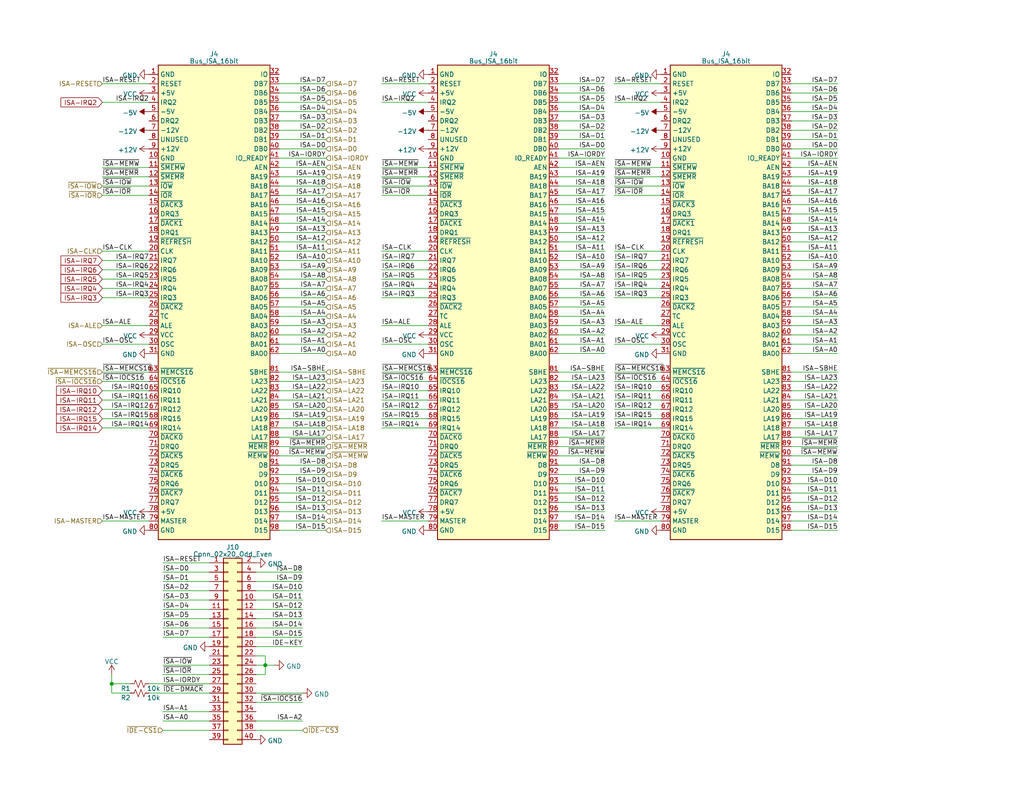
<source format=kicad_sch>
(kicad_sch (version 20230121) (generator eeschema)
  (paper "USLetter")
  (title_block (title "Wrap030-ATX Mainboard") (date "2023-03-26") (rev "1") (company "techav"))
  (lib_symbols
    (symbol "Connector:Bus_ISA_16bit"
      (property "Reference" "J" (at 0 67.945 0))
      (property "Value" "Bus_ISA_16bit" (at 0 -65.405 0))
      (symbol "Bus_ISA_16bit_1_1"
        (pin power_in line (at -17.78 63.5 0) (length 2.54) (name "GND") (number "1"))
        (pin power_in line (at -17.78 40.64 0) (length 2.54) (name "GND") (number "10"))
        (pin output line (at -17.78 38.1 0) (length 2.54) (name "~{SMEMW}") (number "11"))
        (pin output line (at -17.78 35.56 0) (length 2.54) (name "~{SMEMR}") (number "12"))
        (pin output line (at -17.78 33.02 0) (length 2.54) (name "~{IOW}") (number "13"))
        (pin output line (at -17.78 30.48 0) (length 2.54) (name "~{IOR}") (number "14"))
        (pin passive line (at -17.78 27.94 0) (length 2.54) (name "~{DACK3}") (number "15"))
        (pin passive line (at -17.78 25.4 0) (length 2.54) (name "DRQ3") (number "16"))
        (pin passive line (at -17.78 22.86 0) (length 2.54) (name "~{DACK1}") (number "17"))
        (pin passive line (at -17.78 20.32 0) (length 2.54) (name "DRQ1") (number "18"))
        (pin passive line (at -17.78 17.78 0) (length 2.54) (name "~{REFRESH}") (number "19"))
        (pin output line (at -17.78 60.96 0) (length 2.54) (name "RESET") (number "2"))
        (pin output line (at -17.78 15.24 0) (length 2.54) (name "CLK") (number "20"))
        (pin passive line (at -17.78 12.7 0) (length 2.54) (name "IRQ7") (number "21"))
        (pin passive line (at -17.78 10.16 0) (length 2.54) (name "IRQ6") (number "22"))
        (pin passive line (at -17.78 7.62 0) (length 2.54) (name "IRQ5") (number "23"))
        (pin passive line (at -17.78 5.08 0) (length 2.54) (name "IRQ4") (number "24"))
        (pin passive line (at -17.78 2.54 0) (length 2.54) (name "IRQ3") (number "25"))
        (pin passive line (at -17.78 0 0) (length 2.54) (name "~{DACK2}") (number "26"))
        (pin passive line (at -17.78 -2.54 0) (length 2.54) (name "TC") (number "27"))
        (pin output line (at -17.78 -5.08 0) (length 2.54) (name "ALE") (number "28"))
        (pin power_in line (at -17.78 -7.62 0) (length 2.54) (name "VCC") (number "29"))
        (pin power_in line (at -17.78 58.42 0) (length 2.54) (name "+5V") (number "3"))
        (pin output line (at -17.78 -10.16 0) (length 2.54) (name "OSC") (number "30"))
        (pin power_in line (at -17.78 -12.7 0) (length 2.54) (name "GND") (number "31"))
        (pin passive line (at 17.78 63.5 180) (length 2.54) (name "IO") (number "32"))
        (pin tri_state line (at 17.78 60.96 180) (length 2.54) (name "DB7") (number "33"))
        (pin tri_state line (at 17.78 58.42 180) (length 2.54) (name "DB6") (number "34"))
        (pin tri_state line (at 17.78 55.88 180) (length 2.54) (name "DB5") (number "35"))
        (pin tri_state line (at 17.78 53.34 180) (length 2.54) (name "DB4") (number "36"))
        (pin tri_state line (at 17.78 50.8 180) (length 2.54) (name "DB3") (number "37"))
        (pin tri_state line (at 17.78 48.26 180) (length 2.54) (name "DB2") (number "38"))
        (pin tri_state line (at 17.78 45.72 180) (length 2.54) (name "DB1") (number "39"))
        (pin passive line (at -17.78 55.88 0) (length 2.54) (name "IRQ2") (number "4"))
        (pin tri_state line (at 17.78 43.18 180) (length 2.54) (name "DB0") (number "40"))
        (pin passive line (at 17.78 40.64 180) (length 2.54) (name "IO_READY") (number "41"))
        (pin output line (at 17.78 38.1 180) (length 2.54) (name "AEN") (number "42"))
        (pin tri_state line (at 17.78 35.56 180) (length 2.54) (name "BA19") (number "43"))
        (pin tri_state line (at 17.78 33.02 180) (length 2.54) (name "BA18") (number "44"))
        (pin tri_state line (at 17.78 30.48 180) (length 2.54) (name "BA17") (number "45"))
        (pin tri_state line (at 17.78 27.94 180) (length 2.54) (name "BA16") (number "46"))
        (pin tri_state line (at 17.78 25.4 180) (length 2.54) (name "BA15") (number "47"))
        (pin tri_state line (at 17.78 22.86 180) (length 2.54) (name "BA14") (number "48"))
        (pin tri_state line (at 17.78 20.32 180) (length 2.54) (name "BA13") (number "49"))
        (pin power_in line (at -17.78 53.34 0) (length 2.54) (name "-5V") (number "5"))
        (pin tri_state line (at 17.78 17.78 180) (length 2.54) (name "BA12") (number "50"))
        (pin tri_state line (at 17.78 15.24 180) (length 2.54) (name "BA11") (number "51"))
        (pin tri_state line (at 17.78 12.7 180) (length 2.54) (name "BA10") (number "52"))
        (pin tri_state line (at 17.78 10.16 180) (length 2.54) (name "BA09") (number "53"))
        (pin tri_state line (at 17.78 7.62 180) (length 2.54) (name "BA08") (number "54"))
        (pin tri_state line (at 17.78 5.08 180) (length 2.54) (name "BA07") (number "55"))
        (pin tri_state line (at 17.78 2.54 180) (length 2.54) (name "BA06") (number "56"))
        (pin tri_state line (at 17.78 0 180) (length 2.54) (name "BA05") (number "57"))
        (pin tri_state line (at 17.78 -2.54 180) (length 2.54) (name "BA04") (number "58"))
        (pin tri_state line (at 17.78 -5.08 180) (length 2.54) (name "BA03") (number "59"))
        (pin passive line (at -17.78 50.8 0) (length 2.54) (name "DRQ2") (number "6"))
        (pin tri_state line (at 17.78 -7.62 180) (length 2.54) (name "BA02") (number "60"))
        (pin tri_state line (at 17.78 -10.16 180) (length 2.54) (name "BA01") (number "61"))
        (pin tri_state line (at 17.78 -12.7 180) (length 2.54) (name "BA00") (number "62"))
        (pin passive line (at -17.78 -17.78 0) (length 2.54) (name "~{MEMCS16}") (number "63"))
        (pin passive line (at -17.78 -20.32 0) (length 2.54) (name "~{IOCS16}") (number "64"))
        (pin passive line (at -17.78 -22.86 0) (length 2.54) (name "IRQ10") (number "65"))
        (pin passive line (at -17.78 -25.4 0) (length 2.54) (name "IRQ11") (number "66"))
        (pin passive line (at -17.78 -27.94 0) (length 2.54) (name "IRQ12") (number "67"))
        (pin passive line (at -17.78 -30.48 0) (length 2.54) (name "IRQ15") (number "68"))
        (pin passive line (at -17.78 -33.02 0) (length 2.54) (name "IRQ14") (number "69"))
        (pin power_in line (at -17.78 48.26 0) (length 2.54) (name "-12V") (number "7"))
        (pin output line (at -17.78 -35.56 0) (length 2.54) (name "~{DACK0}") (number "70"))
        (pin passive line (at -17.78 -38.1 0) (length 2.54) (name "DRQ0") (number "71"))
        (pin output line (at -17.78 -40.64 0) (length 2.54) (name "~{DACK5}") (number "72"))
        (pin passive line (at -17.78 -43.18 0) (length 2.54) (name "DRQ5") (number "73"))
        (pin output line (at -17.78 -45.72 0) (length 2.54) (name "~{DACK6}") (number "74"))
        (pin passive line (at -17.78 -48.26 0) (length 2.54) (name "DRQ6") (number "75"))
        (pin output line (at -17.78 -50.8 0) (length 2.54) (name "~{DACK7}") (number "76"))
        (pin passive line (at -17.78 -53.34 0) (length 2.54) (name "DRQ7") (number "77"))
        (pin power_in line (at -17.78 -55.88 0) (length 2.54) (name "+5V") (number "78"))
        (pin passive line (at -17.78 -58.42 0) (length 2.54) (name "MASTER") (number "79"))
        (pin passive line (at -17.78 45.72 0) (length 2.54) (name "UNUSED") (number "8"))
        (pin power_in line (at -17.78 -60.96 0) (length 2.54) (name "GND") (number "80"))
        (pin passive line (at 17.78 -17.78 180) (length 2.54) (name "SBHE") (number "81"))
        (pin passive line (at 17.78 -20.32 180) (length 2.54) (name "LA23") (number "82"))
        (pin passive line (at 17.78 -22.86 180) (length 2.54) (name "LA22") (number "83"))
        (pin passive line (at 17.78 -25.4 180) (length 2.54) (name "LA21") (number "84"))
        (pin passive line (at 17.78 -27.94 180) (length 2.54) (name "LA20") (number "85"))
        (pin passive line (at 17.78 -30.48 180) (length 2.54) (name "LA19") (number "86"))
        (pin passive line (at 17.78 -33.02 180) (length 2.54) (name "LA18") (number "87"))
        (pin passive line (at 17.78 -35.56 180) (length 2.54) (name "LA17") (number "88"))
        (pin output line (at 17.78 -38.1 180) (length 2.54) (name "~{MEMR}") (number "89"))
        (pin power_in line (at -17.78 43.18 0) (length 2.54) (name "+12V") (number "9"))
        (pin output line (at 17.78 -40.64 180) (length 2.54) (name "~{MEMW}") (number "90"))
        (pin tri_state line (at 17.78 -43.18 180) (length 2.54) (name "D8") (number "91"))
        (pin tri_state line (at 17.78 -45.72 180) (length 2.54) (name "D9") (number "92"))
        (pin tri_state line (at 17.78 -48.26 180) (length 2.54) (name "D10") (number "93"))
        (pin tri_state line (at 17.78 -50.8 180) (length 2.54) (name "D11") (number "94"))
        (pin tri_state line (at 17.78 -53.34 180) (length 2.54) (name "D12") (number "95"))
        (pin tri_state line (at 17.78 -55.88 180) (length 2.54) (name "D13") (number "96"))
        (pin tri_state line (at 17.78 -58.42 180) (length 2.54) (name "D14") (number "97"))
        (pin tri_state line (at 17.78 -60.96 180) (length 2.54) (name "D15") (number "98"))
      )
    )
    (symbol "Connector_Generic:Conn_02x20_Odd_Even" (pin_names (offset 1.016) hide)
      (property "Reference" "J" (at 1.27 25.4 0))
      (property "Value" "Conn_02x20_Odd_Even" (at 1.27 -27.94 0))
      (symbol "Conn_02x20_Odd_Even_1_1"
        (pin passive line (at -5.08 22.86 0) (length 3.81) (name "Pin_1") (number "1"))
        (pin passive line (at 7.62 12.7 180) (length 3.81) (name "Pin_10") (number "10"))
        (pin passive line (at -5.08 10.16 0) (length 3.81) (name "Pin_11") (number "11"))
        (pin passive line (at 7.62 10.16 180) (length 3.81) (name "Pin_12") (number "12"))
        (pin passive line (at -5.08 7.62 0) (length 3.81) (name "Pin_13") (number "13"))
        (pin passive line (at 7.62 7.62 180) (length 3.81) (name "Pin_14") (number "14"))
        (pin passive line (at -5.08 5.08 0) (length 3.81) (name "Pin_15") (number "15"))
        (pin passive line (at 7.62 5.08 180) (length 3.81) (name "Pin_16") (number "16"))
        (pin passive line (at -5.08 2.54 0) (length 3.81) (name "Pin_17") (number "17"))
        (pin passive line (at 7.62 2.54 180) (length 3.81) (name "Pin_18") (number "18"))
        (pin passive line (at -5.08 0 0) (length 3.81) (name "Pin_19") (number "19"))
        (pin passive line (at 7.62 22.86 180) (length 3.81) (name "Pin_2") (number "2"))
        (pin passive line (at 7.62 0 180) (length 3.81) (name "Pin_20") (number "20"))
        (pin passive line (at -5.08 -2.54 0) (length 3.81) (name "Pin_21") (number "21"))
        (pin passive line (at 7.62 -2.54 180) (length 3.81) (name "Pin_22") (number "22"))
        (pin passive line (at -5.08 -5.08 0) (length 3.81) (name "Pin_23") (number "23"))
        (pin passive line (at 7.62 -5.08 180) (length 3.81) (name "Pin_24") (number "24"))
        (pin passive line (at -5.08 -7.62 0) (length 3.81) (name "Pin_25") (number "25"))
        (pin passive line (at 7.62 -7.62 180) (length 3.81) (name "Pin_26") (number "26"))
        (pin passive line (at -5.08 -10.16 0) (length 3.81) (name "Pin_27") (number "27"))
        (pin passive line (at 7.62 -10.16 180) (length 3.81) (name "Pin_28") (number "28"))
        (pin passive line (at -5.08 -12.7 0) (length 3.81) (name "Pin_29") (number "29"))
        (pin passive line (at -5.08 20.32 0) (length 3.81) (name "Pin_3") (number "3"))
        (pin passive line (at 7.62 -12.7 180) (length 3.81) (name "Pin_30") (number "30"))
        (pin passive line (at -5.08 -15.24 0) (length 3.81) (name "Pin_31") (number "31"))
        (pin passive line (at 7.62 -15.24 180) (length 3.81) (name "Pin_32") (number "32"))
        (pin passive line (at -5.08 -17.78 0) (length 3.81) (name "Pin_33") (number "33"))
        (pin passive line (at 7.62 -17.78 180) (length 3.81) (name "Pin_34") (number "34"))
        (pin passive line (at -5.08 -20.32 0) (length 3.81) (name "Pin_35") (number "35"))
        (pin passive line (at 7.62 -20.32 180) (length 3.81) (name "Pin_36") (number "36"))
        (pin passive line (at -5.08 -22.86 0) (length 3.81) (name "Pin_37") (number "37"))
        (pin passive line (at 7.62 -22.86 180) (length 3.81) (name "Pin_38") (number "38"))
        (pin passive line (at -5.08 -25.4 0) (length 3.81) (name "Pin_39") (number "39"))
        (pin passive line (at 7.62 20.32 180) (length 3.81) (name "Pin_4") (number "4"))
        (pin passive line (at 7.62 -25.4 180) (length 3.81) (name "Pin_40") (number "40"))
        (pin passive line (at -5.08 17.78 0) (length 3.81) (name "Pin_5") (number "5"))
        (pin passive line (at 7.62 17.78 180) (length 3.81) (name "Pin_6") (number "6"))
        (pin passive line (at -5.08 15.24 0) (length 3.81) (name "Pin_7") (number "7"))
        (pin passive line (at 7.62 15.24 180) (length 3.81) (name "Pin_8") (number "8"))
        (pin passive line (at -5.08 12.7 0) (length 3.81) (name "Pin_9") (number "9"))
      )
    )
    (symbol "Device:R_Small_US" (pin_numbers hide) (pin_names (offset 0.254) hide)
      (property "Reference" "R" (at 0.762 0.508 0))
      (property "Value" "R_Small_US" (at 0.762 -1.016 0))
      (symbol "R_Small_US_1_1"
        (pin passive line (at 0 2.54 270) (length 1.016) (name "~") (number "1"))
        (pin passive line (at 0 -2.54 90) (length 1.016) (name "~") (number "2"))
      )
    )
    (symbol "power:+12V" (power) (pin_names (offset 0))
      (property "Value" "+12V" (at 0 3.556 0))
      (symbol "+12V_1_1"
        (pin power_in line (at 0 0 90) (length 0) hide (name "+12V") (number "1"))
      )
    )
    (symbol "power:-12V" (power) (pin_names (offset 0))
      (property "Value" "-12V" (at 0 3.81 0))
      (symbol "-12V_0_0"
        (pin power_in line (at 0 0 90) (length 0) hide (name "-12V") (number "1"))
      )
    )
    (symbol "power:-5V" (power) (pin_names (offset 0))
      (property "Value" "-5V" (at 0 3.81 0))
      (symbol "-5V_0_0"
        (pin power_in line (at 0 0 90) (length 0) hide (name "-5V") (number "1"))
      )
    )
    (symbol "power:GND" (power) (pin_names (offset 0))
      (property "Value" "GND" (at 0 -3.81 0))
      (symbol "GND_1_1"
        (pin power_in line (at 0 0 270) (length 0) hide (name "GND") (number "1"))
      )
    )
    (symbol "power:VCC" (power) (pin_names (offset 0))
      (property "Value" "VCC" (at 0 3.81 0))
      (symbol "VCC_1_1"
        (pin power_in line (at 0 0 90) (length 0) hide (name "VCC") (number "1"))
      )
    )
  )
  (junction (at 72.39 181.61))
  (junction (at 30.48 186.69))
  (wire (pts (xy 69.85 156.21) (xy 82.55 156.21)))
  (wire (pts (xy 76.2 111.76) (xy 88.9 111.76)))
  (wire (pts (xy 76.2 76.2) (xy 88.9 76.2)))
  (wire (pts (xy 167.64 50.8) (xy 180.34 50.8)))
  (wire (pts (xy 215.9 55.88) (xy 228.6 55.88)))
  (wire (pts (xy 152.4 137.16) (xy 165.1 137.16)))
  (wire (pts (xy 152.4 86.36) (xy 165.1 86.36)))
  (wire (pts (xy 152.4 119.38) (xy 165.1 119.38)))
  (wire (pts (xy 76.2 45.72) (xy 88.9 45.72)))
  (wire (pts (xy 57.15 196.85) (xy 44.45 196.85)))
  (wire (pts (xy 76.2 116.84) (xy 88.9 116.84)))
  (wire (pts (xy 27.94 93.98) (xy 40.64 93.98)))
  (wire (pts (xy 152.4 53.34) (xy 165.1 53.34)))
  (wire (pts (xy 215.9 104.14) (xy 228.6 104.14)))
  (wire (pts (xy 76.2 114.3) (xy 88.9 114.3)))
  (wire (pts (xy 27.94 111.76) (xy 40.64 111.76)))
  (wire (pts (xy 152.4 22.86) (xy 165.1 22.86)))
  (wire (pts (xy 167.64 104.14) (xy 180.34 104.14)))
  (wire (pts (xy 215.9 121.92) (xy 228.6 121.92)))
  (wire (pts (xy 76.2 106.68) (xy 88.9 106.68)))
  (wire (pts (xy 167.64 48.26) (xy 180.34 48.26)))
  (wire (pts (xy 27.94 104.14) (xy 40.64 104.14)))
  (wire (pts (xy 152.4 68.58) (xy 165.1 68.58)))
  (wire (pts (xy 27.94 116.84) (xy 40.64 116.84)))
  (wire (pts (xy 104.14 76.2) (xy 116.84 76.2)))
  (wire (pts (xy 215.9 60.96) (xy 228.6 60.96)))
  (wire (pts (xy 104.14 81.28) (xy 116.84 81.28)))
  (wire (pts (xy 215.9 27.94) (xy 228.6 27.94)))
  (wire (pts (xy 76.2 50.8) (xy 88.9 50.8)))
  (wire (pts (xy 167.64 88.9) (xy 180.34 88.9)))
  (wire (pts (xy 215.9 144.78) (xy 228.6 144.78)))
  (wire (pts (xy 215.9 73.66) (xy 228.6 73.66)))
  (wire (pts (xy 152.4 58.42) (xy 165.1 58.42)))
  (wire (pts (xy 215.9 114.3) (xy 228.6 114.3)))
  (wire (pts (xy 152.4 48.26) (xy 165.1 48.26)))
  (wire (pts (xy 215.9 68.58) (xy 228.6 68.58)))
  (wire (pts (xy 167.64 45.72) (xy 180.34 45.72)))
  (wire (pts (xy 27.94 73.66) (xy 40.64 73.66)))
  (wire (pts (xy 27.94 78.74) (xy 40.64 78.74)))
  (wire (pts (xy 76.2 66.04) (xy 88.9 66.04)))
  (wire (pts (xy 152.4 71.12) (xy 165.1 71.12)))
  (wire (pts (xy 44.45 153.67) (xy 57.15 153.67)))
  (wire (pts (xy 152.4 109.22) (xy 165.1 109.22)))
  (wire (pts (xy 27.94 114.3) (xy 40.64 114.3)))
  (wire (pts (xy 104.14 48.26) (xy 116.84 48.26)))
  (wire (pts (xy 152.4 144.78) (xy 165.1 144.78)))
  (wire (pts (xy 27.94 71.12) (xy 40.64 71.12)))
  (wire (pts (xy 57.15 171.45) (xy 44.45 171.45)))
  (wire (pts (xy 27.94 142.24) (xy 40.64 142.24)))
  (wire (pts (xy 76.2 63.5) (xy 88.9 63.5)))
  (wire (pts (xy 215.9 45.72) (xy 228.6 45.72)))
  (wire (pts (xy 76.2 132.08) (xy 88.9 132.08)))
  (wire (pts (xy 27.94 68.58) (xy 40.64 68.58)))
  (wire (pts (xy 44.45 184.15) (xy 57.15 184.15)))
  (wire (pts (xy 69.85 168.91) (xy 82.55 168.91)))
  (wire (pts (xy 76.2 40.64) (xy 88.9 40.64)))
  (wire (pts (xy 152.4 50.8) (xy 165.1 50.8)))
  (wire (pts (xy 215.9 91.44) (xy 228.6 91.44)))
  (wire (pts (xy 152.4 134.62) (xy 165.1 134.62)))
  (wire (pts (xy 27.94 22.86) (xy 40.64 22.86)))
  (wire (pts (xy 104.14 104.14) (xy 116.84 104.14)))
  (wire (pts (xy 76.2 55.88) (xy 88.9 55.88)))
  (wire (pts (xy 76.2 91.44) (xy 88.9 91.44)))
  (wire (pts (xy 167.64 116.84) (xy 180.34 116.84)))
  (wire (pts (xy 215.9 30.48) (xy 228.6 30.48)))
  (wire (pts (xy 30.48 186.69) (xy 35.56 186.69)))
  (wire (pts (xy 152.4 139.7) (xy 165.1 139.7)))
  (wire (pts (xy 215.9 25.4) (xy 228.6 25.4)))
  (wire (pts (xy 215.9 22.86) (xy 228.6 22.86)))
  (wire (pts (xy 152.4 78.74) (xy 165.1 78.74)))
  (wire (pts (xy 69.85 176.53) (xy 82.55 176.53)))
  (wire (pts (xy 152.4 111.76) (xy 165.1 111.76)))
  (wire (pts (xy 152.4 96.52) (xy 165.1 96.52)))
  (wire (pts (xy 152.4 91.44) (xy 165.1 91.44)))
  (wire (pts (xy 167.64 78.74) (xy 180.34 78.74)))
  (wire (pts (xy 76.2 78.74) (xy 88.9 78.74)))
  (wire (pts (xy 215.9 142.24) (xy 228.6 142.24)))
  (wire (pts (xy 76.2 58.42) (xy 88.9 58.42)))
  (wire (pts (xy 69.85 184.15) (xy 72.39 184.15)))
  (wire (pts (xy 104.14 27.94) (xy 116.84 27.94)))
  (wire (pts (xy 215.9 66.04) (xy 228.6 66.04)))
  (wire (pts (xy 69.85 179.07) (xy 72.39 179.07)))
  (wire (pts (xy 40.64 189.23) (xy 57.15 189.23)))
  (wire (pts (xy 152.4 55.88) (xy 165.1 55.88)))
  (wire (pts (xy 152.4 106.68) (xy 165.1 106.68)))
  (wire (pts (xy 215.9 40.64) (xy 228.6 40.64)))
  (wire (pts (xy 82.55 191.77) (xy 69.85 191.77)))
  (wire (pts (xy 69.85 171.45) (xy 82.55 171.45)))
  (wire (pts (xy 57.15 158.75) (xy 44.45 158.75)))
  (wire (pts (xy 167.64 68.58) (xy 180.34 68.58)))
  (wire (pts (xy 167.64 81.28) (xy 180.34 81.28)))
  (wire (pts (xy 69.85 196.85) (xy 82.55 196.85)))
  (wire (pts (xy 27.94 45.72) (xy 40.64 45.72)))
  (wire (pts (xy 215.9 35.56) (xy 228.6 35.56)))
  (wire (pts (xy 215.9 71.12) (xy 228.6 71.12)))
  (wire (pts (xy 104.14 93.98) (xy 116.84 93.98)))
  (wire (pts (xy 76.2 144.78) (xy 88.9 144.78)))
  (wire (pts (xy 69.85 199.39) (xy 82.55 199.39)))
  (wire (pts (xy 152.4 114.3) (xy 165.1 114.3)))
  (wire (pts (xy 152.4 142.24) (xy 165.1 142.24)))
  (wire (pts (xy 215.9 88.9) (xy 228.6 88.9)))
  (wire (pts (xy 76.2 109.22) (xy 88.9 109.22)))
  (wire (pts (xy 104.14 73.66) (xy 116.84 73.66)))
  (wire (pts (xy 76.2 127) (xy 88.9 127)))
  (wire (pts (xy 215.9 101.6) (xy 228.6 101.6)))
  (wire (pts (xy 27.94 88.9) (xy 40.64 88.9)))
  (wire (pts (xy 215.9 137.16) (xy 228.6 137.16)))
  (wire (pts (xy 76.2 101.6) (xy 88.9 101.6)))
  (wire (pts (xy 69.85 158.75) (xy 82.55 158.75)))
  (wire (pts (xy 27.94 106.68) (xy 40.64 106.68)))
  (wire (pts (xy 152.4 83.82) (xy 165.1 83.82)))
  (wire (pts (xy 152.4 30.48) (xy 165.1 30.48)))
  (wire (pts (xy 215.9 116.84) (xy 228.6 116.84)))
  (wire (pts (xy 152.4 45.72) (xy 165.1 45.72)))
  (wire (pts (xy 167.64 27.94) (xy 180.34 27.94)))
  (wire (pts (xy 76.2 93.98) (xy 88.9 93.98)))
  (wire (pts (xy 152.4 93.98) (xy 165.1 93.98)))
  (wire (pts (xy 76.2 22.86) (xy 88.9 22.86)))
  (wire (pts (xy 27.94 50.8) (xy 40.64 50.8)))
  (wire (pts (xy 30.48 184.15) (xy 30.48 186.69)))
  (wire (pts (xy 57.15 173.99) (xy 44.45 173.99)))
  (wire (pts (xy 152.4 104.14) (xy 165.1 104.14)))
  (wire (pts (xy 215.9 93.98) (xy 228.6 93.98)))
  (wire (pts (xy 104.14 116.84) (xy 116.84 116.84)))
  (wire (pts (xy 104.14 101.6) (xy 116.84 101.6)))
  (wire (pts (xy 167.64 114.3) (xy 180.34 114.3)))
  (wire (pts (xy 76.2 27.94) (xy 88.9 27.94)))
  (wire (pts (xy 76.2 53.34) (xy 88.9 53.34)))
  (wire (pts (xy 215.9 96.52) (xy 228.6 96.52)))
  (wire (pts (xy 215.9 132.08) (xy 228.6 132.08)))
  (wire (pts (xy 76.2 81.28) (xy 88.9 81.28)))
  (wire (pts (xy 152.4 63.5) (xy 165.1 63.5)))
  (wire (pts (xy 215.9 129.54) (xy 228.6 129.54)))
  (wire (pts (xy 104.14 53.34) (xy 116.84 53.34)))
  (wire (pts (xy 167.64 111.76) (xy 180.34 111.76)))
  (wire (pts (xy 104.14 114.3) (xy 116.84 114.3)))
  (wire (pts (xy 76.2 124.46) (xy 88.9 124.46)))
  (wire (pts (xy 27.94 81.28) (xy 40.64 81.28)))
  (wire (pts (xy 27.94 53.34) (xy 40.64 53.34)))
  (wire (pts (xy 104.14 71.12) (xy 116.84 71.12)))
  (wire (pts (xy 76.2 142.24) (xy 88.9 142.24)))
  (wire (pts (xy 152.4 40.64) (xy 165.1 40.64)))
  (wire (pts (xy 215.9 106.68) (xy 228.6 106.68)))
  (wire (pts (xy 30.48 186.69) (xy 30.48 189.23)))
  (wire (pts (xy 215.9 43.18) (xy 228.6 43.18)))
  (wire (pts (xy 76.2 35.56) (xy 88.9 35.56)))
  (wire (pts (xy 215.9 83.82) (xy 228.6 83.82)))
  (wire (pts (xy 152.4 124.46) (xy 165.1 124.46)))
  (wire (pts (xy 40.64 186.69) (xy 57.15 186.69)))
  (wire (pts (xy 76.2 119.38) (xy 88.9 119.38)))
  (wire (pts (xy 152.4 60.96) (xy 165.1 60.96)))
  (wire (pts (xy 152.4 121.92) (xy 165.1 121.92)))
  (wire (pts (xy 152.4 43.18) (xy 165.1 43.18)))
  (wire (pts (xy 167.64 22.86) (xy 180.34 22.86)))
  (wire (pts (xy 152.4 73.66) (xy 165.1 73.66)))
  (wire (pts (xy 76.2 137.16) (xy 88.9 137.16)))
  (wire (pts (xy 152.4 25.4) (xy 165.1 25.4)))
  (wire (pts (xy 167.64 71.12) (xy 180.34 71.12)))
  (wire (pts (xy 27.94 101.6) (xy 40.64 101.6)))
  (wire (pts (xy 104.14 68.58) (xy 116.84 68.58)))
  (wire (pts (xy 76.2 83.82) (xy 88.9 83.82)))
  (wire (pts (xy 76.2 129.54) (xy 88.9 129.54)))
  (wire (pts (xy 215.9 124.46) (xy 228.6 124.46)))
  (wire (pts (xy 44.45 181.61) (xy 57.15 181.61)))
  (wire (pts (xy 76.2 30.48) (xy 88.9 30.48)))
  (wire (pts (xy 76.2 48.26) (xy 88.9 48.26)))
  (wire (pts (xy 167.64 73.66) (xy 180.34 73.66)))
  (wire (pts (xy 215.9 78.74) (xy 228.6 78.74)))
  (wire (pts (xy 76.2 88.9) (xy 88.9 88.9)))
  (wire (pts (xy 215.9 81.28) (xy 228.6 81.28)))
  (wire (pts (xy 27.94 48.26) (xy 40.64 48.26)))
  (wire (pts (xy 152.4 33.02) (xy 165.1 33.02)))
  (wire (pts (xy 69.85 173.99) (xy 82.55 173.99)))
  (wire (pts (xy 167.64 53.34) (xy 180.34 53.34)))
  (wire (pts (xy 57.15 166.37) (xy 44.45 166.37)))
  (wire (pts (xy 72.39 179.07) (xy 72.39 181.61)))
  (wire (pts (xy 44.45 199.39) (xy 57.15 199.39)))
  (wire (pts (xy 215.9 119.38) (xy 228.6 119.38)))
  (wire (pts (xy 152.4 127) (xy 165.1 127)))
  (wire (pts (xy 104.14 142.24) (xy 116.84 142.24)))
  (wire (pts (xy 104.14 106.68) (xy 116.84 106.68)))
  (wire (pts (xy 76.2 139.7) (xy 88.9 139.7)))
  (wire (pts (xy 152.4 38.1) (xy 165.1 38.1)))
  (wire (pts (xy 167.64 93.98) (xy 180.34 93.98)))
  (wire (pts (xy 69.85 166.37) (xy 82.55 166.37)))
  (wire (pts (xy 152.4 35.56) (xy 165.1 35.56)))
  (wire (pts (xy 104.14 78.74) (xy 116.84 78.74)))
  (wire (pts (xy 27.94 109.22) (xy 40.64 109.22)))
  (wire (pts (xy 104.14 22.86) (xy 116.84 22.86)))
  (wire (pts (xy 167.64 76.2) (xy 180.34 76.2)))
  (wire (pts (xy 215.9 50.8) (xy 228.6 50.8)))
  (wire (pts (xy 76.2 43.18) (xy 88.9 43.18)))
  (wire (pts (xy 76.2 71.12) (xy 88.9 71.12)))
  (wire (pts (xy 27.94 27.94) (xy 40.64 27.94)))
  (wire (pts (xy 215.9 58.42) (xy 228.6 58.42)))
  (wire (pts (xy 104.14 50.8) (xy 116.84 50.8)))
  (wire (pts (xy 152.4 129.54) (xy 165.1 129.54)))
  (wire (pts (xy 215.9 139.7) (xy 228.6 139.7)))
  (wire (pts (xy 152.4 101.6) (xy 165.1 101.6)))
  (wire (pts (xy 76.2 60.96) (xy 88.9 60.96)))
  (wire (pts (xy 167.64 106.68) (xy 180.34 106.68)))
  (wire (pts (xy 57.15 194.31) (xy 44.45 194.31)))
  (wire (pts (xy 76.2 68.58) (xy 88.9 68.58)))
  (wire (pts (xy 152.4 27.94) (xy 165.1 27.94)))
  (wire (pts (xy 215.9 33.02) (xy 228.6 33.02)))
  (wire (pts (xy 72.39 184.15) (xy 72.39 181.61)))
  (wire (pts (xy 152.4 66.04) (xy 165.1 66.04)))
  (wire (pts (xy 76.2 121.92) (xy 88.9 121.92)))
  (wire (pts (xy 215.9 127) (xy 228.6 127)))
  (wire (pts (xy 30.48 189.23) (xy 35.56 189.23)))
  (wire (pts (xy 215.9 38.1) (xy 228.6 38.1)))
  (wire (pts (xy 152.4 88.9) (xy 165.1 88.9)))
  (wire (pts (xy 76.2 73.66) (xy 88.9 73.66)))
  (wire (pts (xy 167.64 142.24) (xy 180.34 142.24)))
  (wire (pts (xy 104.14 88.9) (xy 116.84 88.9)))
  (wire (pts (xy 72.39 181.61) (xy 74.93 181.61)))
  (wire (pts (xy 215.9 111.76) (xy 228.6 111.76)))
  (wire (pts (xy 76.2 33.02) (xy 88.9 33.02)))
  (wire (pts (xy 215.9 53.34) (xy 228.6 53.34)))
  (wire (pts (xy 82.55 189.23) (xy 69.85 189.23)))
  (wire (pts (xy 215.9 63.5) (xy 228.6 63.5)))
  (wire (pts (xy 69.85 161.29) (xy 82.55 161.29)))
  (wire (pts (xy 215.9 48.26) (xy 228.6 48.26)))
  (wire (pts (xy 76.2 25.4) (xy 88.9 25.4)))
  (wire (pts (xy 76.2 38.1) (xy 88.9 38.1)))
  (wire (pts (xy 69.85 163.83) (xy 82.55 163.83)))
  (wire (pts (xy 104.14 45.72) (xy 116.84 45.72)))
  (wire (pts (xy 152.4 132.08) (xy 165.1 132.08)))
  (wire (pts (xy 57.15 163.83) (xy 44.45 163.83)))
  (wire (pts (xy 104.14 109.22) (xy 116.84 109.22)))
  (wire (pts (xy 152.4 81.28) (xy 165.1 81.28)))
  (wire (pts (xy 104.14 111.76) (xy 116.84 111.76)))
  (wire (pts (xy 76.2 134.62) (xy 88.9 134.62)))
  (wire (pts (xy 215.9 76.2) (xy 228.6 76.2)))
  (wire (pts (xy 215.9 109.22) (xy 228.6 109.22)))
  (wire (pts (xy 57.15 156.21) (xy 44.45 156.21)))
  (wire (pts (xy 215.9 86.36) (xy 228.6 86.36)))
  (wire (pts (xy 152.4 76.2) (xy 165.1 76.2)))
  (wire (pts (xy 76.2 86.36) (xy 88.9 86.36)))
  (wire (pts (xy 57.15 168.91) (xy 44.45 168.91)))
  (wire (pts (xy 76.2 96.52) (xy 88.9 96.52)))
  (wire (pts (xy 27.94 76.2) (xy 40.64 76.2)))
  (wire (pts (xy 215.9 134.62) (xy 228.6 134.62)))
  (wire (pts (xy 167.64 101.6) (xy 180.34 101.6)))
  (wire (pts (xy 152.4 116.84) (xy 165.1 116.84)))
  (wire (pts (xy 69.85 181.61) (xy 72.39 181.61)))
  (wire (pts (xy 76.2 104.14) (xy 88.9 104.14)))
  (wire (pts (xy 167.64 109.22) (xy 180.34 109.22)))
  (wire (pts (xy 57.15 161.29) (xy 44.45 161.29)))
  (label "IDE-KEY" (at 82.55 176.53 180))
  (label "ISA-LA19" (at 165.1 114.3 180))
  (label "ISA-A17" (at 165.1 53.34 180))
  (label "ISA-LA18" (at 165.1 116.84 180))
  (label "ISA-D9" (at 228.6 129.54 180))
  (label "ISA-A0" (at 228.6 96.52 180))
  (label "~{ISA-MEMCS16}" (at 167.64 101.6 0))
  (label "ISA-D12" (at 82.55 166.37 180))
  (label "ISA-D8" (at 228.6 127 180))
  (label "~{ISA-IOW}" (at 44.45 181.61 0))
  (label "ISA-LA17" (at 88.9 119.38 180))
  (label "ISA-A15" (at 165.1 58.42 180))
  (label "ISA-A11" (at 165.1 68.58 180))
  (label "ISA-OSC" (at 104.14 93.98 0))
  (label "ISA-LA22" (at 88.9 106.68 180))
  (label "ISA-IRQ12" (at 104.14 111.76 0))
  (label "ISA-D7" (at 165.1 22.86 180))
  (label "ISA-IRQ6" (at 40.64 73.66 180))
  (label "ISA-IRQ3" (at 104.14 81.28 0))
  (label "~{ISA-MEMCS16}" (at 104.14 101.6 0))
  (label "ISA-IRQ14" (at 167.64 116.84 0))
  (label "ISA-MASTER" (at 104.14 142.24 0))
  (label "ISA-A14" (at 228.6 60.96 180))
  (label "~{ISA-IOCS16}" (at 82.55 191.77 180))
  (label "ISA-IRQ11" (at 104.14 109.22 0))
  (label "ISA-LA17" (at 228.6 119.38 180))
  (label "ISA-D15" (at 228.6 144.78 180))
  (label "ISA-A2" (at 88.9 91.44 180))
  (label "ISA-A10" (at 88.9 71.12 180))
  (label "ISA-D15" (at 165.1 144.78 180))
  (label "ISA-A18" (at 165.1 50.8 180))
  (label "ISA-D0" (at 165.1 40.64 180))
  (label "ISA-A1" (at 44.45 194.31 0))
  (label "ISA-A2" (at 82.55 196.85 180))
  (label "ISA-D6" (at 44.45 171.45 0))
  (label "ISA-IRQ7" (at 167.64 71.12 0))
  (label "ISA-A17" (at 88.9 53.34 180))
  (label "ISA-A16" (at 88.9 55.88 180))
  (label "ISA-IRQ7" (at 40.64 71.12 180))
  (label "ISA-LA23" (at 165.1 104.14 180))
  (label "ISA-D4" (at 165.1 30.48 180))
  (label "ISA-RESET" (at 27.94 22.86 0))
  (label "ISA-D15" (at 88.9 144.78 180))
  (label "ISA-D2" (at 44.45 161.29 0))
  (label "ISA-D13" (at 82.55 168.91 180))
  (label "ISA-RESET" (at 167.64 22.86 0))
  (label "ISA-D6" (at 228.6 25.4 180))
  (label "ISA-OSC" (at 27.94 93.98 0))
  (label "ISA-A7" (at 165.1 78.74 180))
  (label "ISA-IRQ2" (at 40.64 27.94 180))
  (label "ISA-A3" (at 228.6 88.9 180))
  (label "ISA-MASTER" (at 27.94 142.24 0))
  (label "~{ISA-MEMR}" (at 27.94 48.26 0))
  (label "ISA-LA21" (at 228.6 109.22 180))
  (label "ISA-RESET" (at 44.45 153.67 0))
  (label "ISA-CLK" (at 104.14 68.58 0))
  (label "ISA-OSC" (at 167.64 93.98 0))
  (label "~{ISA-MEMW}" (at 228.6 124.46 180))
  (label "~{ISA-IOCS16}" (at 27.94 104.14 0))
  (label "ISA-AEN" (at 88.9 45.72 180))
  (label "ISA-A2" (at 228.6 91.44 180))
  (label "ISA-A3" (at 165.1 88.9 180))
  (label "ISA-D0" (at 88.9 40.64 180))
  (label "ISA-A13" (at 165.1 63.5 180))
  (label "ISA-D12" (at 165.1 137.16 180))
  (label "~{ISA-IOR}" (at 44.45 184.15 0))
  (label "ISA-SBHE" (at 88.9 101.6 180))
  (label "ISA-IRQ5" (at 167.64 76.2 0))
  (label "ISA-A4" (at 228.6 86.36 180))
  (label "ISA-IORDY" (at 44.45 186.69 0))
  (label "ISA-ALE" (at 27.94 88.9 0))
  (label "ISA-D3" (at 44.45 163.83 0))
  (label "ISA-D9" (at 165.1 129.54 180))
  (label "ISA-A1" (at 88.9 93.98 180))
  (label "ISA-LA23" (at 228.6 104.14 180))
  (label "ISA-D1" (at 44.45 158.75 0))
  (label "ISA-A11" (at 88.9 68.58 180))
  (label "ISA-D11" (at 228.6 134.62 180))
  (label "ISA-A0" (at 88.9 96.52 180))
  (label "ISA-D10" (at 165.1 132.08 180))
  (label "~{ISA-IOW}" (at 104.14 50.8 0))
  (label "ISA-D7" (at 228.6 22.86 180))
  (label "ISA-D0" (at 44.45 156.21 0))
  (label "ISA-IRQ12" (at 167.64 111.76 0))
  (label "ISA-D5" (at 165.1 27.94 180))
  (label "~{ISA-MEMR}" (at 167.64 48.26 0))
  (label "ISA-IORDY" (at 88.9 43.18 180))
  (label "ISA-D6" (at 88.9 25.4 180))
  (label "ISA-SBHE" (at 165.1 101.6 180))
  (label "ISA-IRQ2" (at 104.14 27.94 0))
  (label "ISA-D10" (at 88.9 132.08 180))
  (label "ISA-D3" (at 228.6 33.02 180))
  (label "ISA-A14" (at 165.1 60.96 180))
  (label "ISA-A5" (at 228.6 83.82 180))
  (label "ISA-D5" (at 88.9 27.94 180))
  (label "~{ISA-MEMW}" (at 27.94 45.72 0))
  (label "~{ISA-IOW}" (at 27.94 50.8 0))
  (label "ISA-A5" (at 165.1 83.82 180))
  (label "~{ISA-IOCS16}" (at 167.64 104.14 0))
  (label "ISA-IRQ12" (at 40.64 111.76 180))
  (label "ISA-SBHE" (at 228.6 101.6 180))
  (label "ISA-A0" (at 165.1 96.52 180))
  (label "ISA-ALE" (at 167.64 88.9 0))
  (label "ISA-D12" (at 228.6 137.16 180))
  (label "ISA-IRQ6" (at 104.14 73.66 0))
  (label "ISA-IRQ11" (at 40.64 109.22 180))
  (label "ISA-D11" (at 88.9 134.62 180))
  (label "ISA-D9" (at 82.55 158.75 180))
  (label "ISA-A9" (at 88.9 73.66 180))
  (label "ISA-IRQ2" (at 167.64 27.94 0))
  (label "ISA-A6" (at 228.6 81.28 180))
  (label "ISA-LA22" (at 165.1 106.68 180))
  (label "ISA-IRQ7" (at 104.14 71.12 0))
  (label "ISA-A19" (at 228.6 48.26 180))
  (label "ISA-IRQ4" (at 40.64 78.74 180))
  (label "ISA-ALE" (at 104.14 88.9 0))
  (label "ISA-A18" (at 228.6 50.8 180))
  (label "ISA-A14" (at 88.9 60.96 180))
  (label "ISA-D13" (at 228.6 139.7 180))
  (label "ISA-A4" (at 88.9 86.36 180))
  (label "~{ISA-IOR}" (at 104.14 53.34 0))
  (label "ISA-D2" (at 88.9 35.56 180))
  (label "ISA-IRQ15" (at 40.64 114.3 180))
  (label "ISA-D8" (at 88.9 127 180))
  (label "ISA-D14" (at 82.55 171.45 180))
  (label "ISA-D4" (at 44.45 166.37 0))
  (label "ISA-IRQ3" (at 167.64 81.28 0))
  (label "ISA-IORDY" (at 228.6 43.18 180))
  (label "ISA-D14" (at 228.6 142.24 180))
  (label "ISA-LA19" (at 88.9 114.3 180))
  (label "ISA-A6" (at 165.1 81.28 180))
  (label "ISA-D11" (at 165.1 134.62 180))
  (label "ISA-IRQ4" (at 104.14 78.74 0))
  (label "ISA-D13" (at 88.9 139.7 180))
  (label "ISA-IORDY" (at 165.1 43.18 180))
  (label "~{ISA-IOCS16}" (at 104.14 104.14 0))
  (label "ISA-A19" (at 88.9 48.26 180))
  (label "ISA-IRQ4" (at 167.64 78.74 0))
  (label "~{ISA-MEMR}" (at 228.6 121.92 180))
  (label "ISA-LA23" (at 88.9 104.14 180))
  (label "ISA-LA20" (at 165.1 111.76 180))
  (label "ISA-IRQ5" (at 104.14 76.2 0))
  (label "ISA-IRQ15" (at 167.64 114.3 0))
  (label "ISA-LA20" (at 228.6 111.76 180))
  (label "~{ISA-MEMR}" (at 104.14 48.26 0))
  (label "ISA-D2" (at 228.6 35.56 180))
  (label "ISA-A7" (at 228.6 78.74 180))
  (label "ISA-D9" (at 88.9 129.54 180))
  (label "ISA-LA21" (at 88.9 109.22 180))
  (label "ISA-CLK" (at 27.94 68.58 0))
  (label "ISA-A8" (at 88.9 76.2 180))
  (label "ISA-A16" (at 165.1 55.88 180))
  (label "ISA-D8" (at 82.55 156.21 180))
  (label "ISA-D4" (at 88.9 30.48 180))
  (label "ISA-A3" (at 88.9 88.9 180))
  (label "~{ISA-MEMCS16}" (at 27.94 101.6 0))
  (label "ISA-IRQ15" (at 104.14 114.3 0))
  (label "ISA-IRQ10" (at 167.64 106.68 0))
  (label "ISA-D8" (at 165.1 127 180))
  (label "ISA-IRQ11" (at 167.64 109.22 0))
  (label "ISA-LA17" (at 165.1 119.38 180))
  (label "~{ISA-MEMR}" (at 165.1 121.92 180))
  (label "ISA-D1" (at 228.6 38.1 180))
  (label "ISA-IRQ3" (at 40.64 81.28 180))
  (label "ISA-IRQ14" (at 40.64 116.84 180))
  (label "ISA-A1" (at 228.6 93.98 180))
  (label "ISA-D12" (at 88.9 137.16 180))
  (label "ISA-IRQ5" (at 40.64 76.2 180))
  (label "ISA-A12" (at 165.1 66.04 180))
  (label "ISA-LA18" (at 228.6 116.84 180))
  (label "ISA-D7" (at 88.9 22.86 180))
  (label "~{ISA-MEMW}" (at 88.9 124.46 180))
  (label "ISA-A9" (at 228.6 73.66 180))
  (label "ISA-AEN" (at 228.6 45.72 180))
  (label "ISA-A16" (at 228.6 55.88 180))
  (label "ISA-D11" (at 82.55 163.83 180))
  (label "~{ISA-MEMR}" (at 88.9 121.92 180))
  (label "ISA-AEN" (at 165.1 45.72 180))
  (label "ISA-A0" (at 44.45 196.85 0))
  (label "ISA-D15" (at 82.55 173.99 180))
  (label "ISA-D14" (at 165.1 142.24 180))
  (label "~{ISA-IOR}" (at 167.64 53.34 0))
  (label "ISA-A6" (at 88.9 81.28 180))
  (label "ISA-A7" (at 88.9 78.74 180))
  (label "ISA-D5" (at 44.45 168.91 0))
  (label "ISA-A17" (at 228.6 53.34 180))
  (label "ISA-MASTER" (at 167.64 142.24 0))
  (label "ISA-D5" (at 228.6 27.94 180))
  (label "ISA-A13" (at 88.9 63.5 180))
  (label "ISA-D3" (at 88.9 33.02 180))
  (label "ISA-LA19" (at 228.6 114.3 180))
  (label "ISA-D3" (at 165.1 33.02 180))
  (label "ISA-A8" (at 228.6 76.2 180))
  (label "ISA-LA21" (at 165.1 109.22 180))
  (label "ISA-CLK" (at 167.64 68.58 0))
  (label "ISA-IRQ14" (at 104.14 116.84 0))
  (label "~{IDE-DMACK}" (at 44.45 189.23 0))
  (label "ISA-D6" (at 165.1 25.4 180))
  (label "~{ISA-IOW}" (at 167.64 50.8 0))
  (label "~{ISA-MEMW}" (at 104.14 45.72 0))
  (label "ISA-A11" (at 228.6 68.58 180))
  (label "ISA-RESET" (at 104.14 22.86 0))
  (label "ISA-IRQ6" (at 167.64 73.66 0))
  (label "ISA-A19" (at 165.1 48.26 180))
  (label "ISA-D10" (at 82.55 161.29 180))
  (label "ISA-D10" (at 228.6 132.08 180))
  (label "ISA-A10" (at 228.6 71.12 180))
  (label "ISA-A4" (at 165.1 86.36 180))
  (label "ISA-A1" (at 165.1 93.98 180))
  (label "ISA-A15" (at 88.9 58.42 180))
  (label "~{ISA-MEMW}" (at 165.1 124.46 180))
  (label "ISA-D13" (at 165.1 139.7 180))
  (label "ISA-LA22" (at 228.6 106.68 180))
  (label "ISA-D2" (at 165.1 35.56 180))
  (label "ISA-A8" (at 165.1 76.2 180))
  (label "ISA-D4" (at 228.6 30.48 180))
  (label "ISA-A5" (at 88.9 83.82 180))
  (label "ISA-D1" (at 88.9 38.1 180))
  (label "ISA-LA20" (at 88.9 111.76 180))
  (label "ISA-IRQ10" (at 104.14 106.68 0))
  (label "~{ISA-IOR}" (at 27.94 53.34 0))
  (label "ISA-IRQ10" (at 40.64 106.68 180))
  (label "ISA-A2" (at 165.1 91.44 180))
  (label "ISA-A15" (at 228.6 58.42 180))
  (label "ISA-A12" (at 88.9 66.04 180))
  (label "ISA-D0" (at 228.6 40.64 180))
  (label "ISA-A13" (at 228.6 63.5 180))
  (label "ISA-LA18" (at 88.9 116.84 180))
  (label "ISA-A18" (at 88.9 50.8 180))
  (label "~{ISA-MEMW}" (at 167.64 45.72 0))
  (label "ISA-D7" (at 44.45 173.99 0))
  (label "ISA-D1" (at 165.1 38.1 180))
  (label "ISA-D14" (at 88.9 142.24 180))
  (label "ISA-A12" (at 228.6 66.04 180))
  (label "ISA-A10" (at 165.1 71.12 180))
  (label "ISA-A9" (at 165.1 73.66 180))
  (global_label "ISA-IRQ14" (shape input) (at 27.94 116.84 180) (property "Intersheetrefs" "${INTERSHEET_REFS}" (effects hide)))
  (global_label "ISA-IRQ11" (shape input) (at 27.94 109.22 180) (property "Intersheetrefs" "${INTERSHEET_REFS}" (effects hide)))
  (global_label "ISA-IRQ15" (shape input) (at 27.94 114.3 180) (property "Intersheetrefs" "${INTERSHEET_REFS}" (effects hide)))
  (global_label "ISA-IRQ6" (shape input) (at 27.94 73.66 180) (property "Intersheetrefs" "${INTERSHEET_REFS}" (effects hide)))
  (global_label "ISA-IRQ12" (shape input) (at 27.94 111.76 180) (property "Intersheetrefs" "${INTERSHEET_REFS}" (effects hide)))
  (global_label "ISA-IRQ3" (shape input) (at 27.94 81.28 180) (property "Intersheetrefs" "${INTERSHEET_REFS}" (effects hide)))
  (global_label "ISA-IRQ5" (shape input) (at 27.94 76.2 180) (property "Intersheetrefs" "${INTERSHEET_REFS}" (effects hide)))
  (global_label "ISA-IRQ4" (shape input) (at 27.94 78.74 180) (property "Intersheetrefs" "${INTERSHEET_REFS}" (effects hide)))
  (global_label "ISA-IRQ2" (shape input) (at 27.94 27.94 180) (property "Intersheetrefs" "${INTERSHEET_REFS}" (effects hide)))
  (global_label "ISA-IRQ7" (shape input) (at 27.94 71.12 180) (property "Intersheetrefs" "${INTERSHEET_REFS}" (effects hide)))
  (global_label "ISA-IRQ10" (shape input) (at 27.94 106.68 180) (property "Intersheetrefs" "${INTERSHEET_REFS}" (effects hide)))
  (hierarchical_label "~{IDE-CS3}" (shape input) (at 82.55 199.39 0))
  (hierarchical_label "ISA-D15" (shape input) (at 88.9 144.78 0))
  (hierarchical_label "ISA-D7" (shape input) (at 88.9 22.86 0))
  (hierarchical_label "ISA-A15" (shape input) (at 88.9 58.42 0))
  (hierarchical_label "ISA-CLK" (shape input) (at 27.94 68.58 180))
  (hierarchical_label "ISA-LA18" (shape input) (at 88.9 116.84 0))
  (hierarchical_label "~{ISA-MEMCS16}" (shape input) (at 27.94 101.6 180))
  (hierarchical_label "ISA-A2" (shape input) (at 88.9 91.44 0))
  (hierarchical_label "ISA-IORDY" (shape input) (at 88.9 43.18 0))
  (hierarchical_label "ISA-SBHE" (shape input) (at 88.9 101.6 0))
  (hierarchical_label "ISA-A12" (shape input) (at 88.9 66.04 0))
  (hierarchical_label "ISA-A4" (shape input) (at 88.9 86.36 0))
  (hierarchical_label "ISA-D3" (shape input) (at 88.9 33.02 0))
  (hierarchical_label "ISA-OSC" (shape input) (at 27.94 93.98 180))
  (hierarchical_label "ISA-D0" (shape input) (at 88.9 40.64 0))
  (hierarchical_label "ISA-D11" (shape input) (at 88.9 134.62 0))
  (hierarchical_label "ISA-D10" (shape input) (at 88.9 132.08 0))
  (hierarchical_label "ISA-A1" (shape input) (at 88.9 93.98 0))
  (hierarchical_label "ISA-D2" (shape input) (at 88.9 35.56 0))
  (hierarchical_label "ISA-LA19" (shape input) (at 88.9 114.3 0))
  (hierarchical_label "ISA-A13" (shape input) (at 88.9 63.5 0))
  (hierarchical_label "ISA-MASTER" (shape input) (at 27.94 142.24 180))
  (hierarchical_label "ISA-D1" (shape input) (at 88.9 38.1 0))
  (hierarchical_label "ISA-A6" (shape input) (at 88.9 81.28 0))
  (hierarchical_label "ISA-A19" (shape input) (at 88.9 48.26 0))
  (hierarchical_label "~{ISA-IOW}" (shape input) (at 27.94 50.8 180))
  (hierarchical_label "~{ISA-IOCS16}" (shape input) (at 27.94 104.14 180))
  (hierarchical_label "~{ISA-IOR}" (shape input) (at 27.94 53.34 180))
  (hierarchical_label "ISA-D4" (shape input) (at 88.9 30.48 0))
  (hierarchical_label "ISA-A14" (shape input) (at 88.9 60.96 0))
  (hierarchical_label "ISA-A10" (shape input) (at 88.9 71.12 0))
  (hierarchical_label "ISA-A9" (shape input) (at 88.9 73.66 0))
  (hierarchical_label "ISA-ALE" (shape input) (at 27.94 88.9 180))
  (hierarchical_label "ISA-LA17" (shape input) (at 88.9 119.38 0))
  (hierarchical_label "ISA-A8" (shape input) (at 88.9 76.2 0))
  (hierarchical_label "ISA-D8" (shape input) (at 88.9 127 0))
  (hierarchical_label "ISA-A17" (shape input) (at 88.9 53.34 0))
  (hierarchical_label "ISA-A16" (shape input) (at 88.9 55.88 0))
  (hierarchical_label "ISA-LA22" (shape input) (at 88.9 106.68 0))
  (hierarchical_label "ISA-A11" (shape input) (at 88.9 68.58 0))
  (hierarchical_label "ISA-A5" (shape input) (at 88.9 83.82 0))
  (hierarchical_label "ISA-A18" (shape input) (at 88.9 50.8 0))
  (hierarchical_label "ISA-D12" (shape input) (at 88.9 137.16 0))
  (hierarchical_label "ISA-RESET" (shape input) (at 27.94 22.86 180))
  (hierarchical_label "ISA-D13" (shape input) (at 88.9 139.7 0))
  (hierarchical_label "ISA-D5" (shape input) (at 88.9 27.94 0))
  (hierarchical_label "ISA-D9" (shape input) (at 88.9 129.54 0))
  (hierarchical_label "ISA-D14" (shape input) (at 88.9 142.24 0))
  (hierarchical_label "ISA-LA21" (shape input) (at 88.9 109.22 0))
  (hierarchical_label "ISA-LA20" (shape input) (at 88.9 111.76 0))
  (hierarchical_label "~{IDE-CS1}" (shape input) (at 44.45 199.39 180))
  (hierarchical_label "ISA-A7" (shape input) (at 88.9 78.74 0))
  (hierarchical_label "ISA-AEN" (shape input) (at 88.9 45.72 0))
  (hierarchical_label "ISA-A0" (shape input) (at 88.9 96.52 0))
  (hierarchical_label "ISA-D6" (shape input) (at 88.9 25.4 0))
  (hierarchical_label "~{ISA-MEMW}" (shape input) (at 88.9 124.46 0))
  (hierarchical_label "~{ISA-MEMR}" (shape input) (at 88.9 121.92 0))
  (hierarchical_label "ISA-A3" (shape input) (at 88.9 88.9 0))
  (hierarchical_label "ISA-LA23" (shape input) (at 88.9 104.14 0))
  (symbol (lib_id "power:GND") (at 180.34 96.52 270) (unit 1)
    (property "Reference" "#PWR0246" (effects hide))
    (property "Value" "GND" (at 177.1651 96.8368 90) (effects (justify right)))
  )
  (symbol (lib_id "power:-12V") (at 40.64 35.56 90) (unit 1)
    (property "Reference" "#PWR0199" (effects hide))
    (property "Value" "-12V" (at 37.465 35.8768 90) (effects (justify left)))
  )
  (symbol (lib_id "power:VCC") (at 180.34 25.4 90) (unit 1)
    (property "Reference" "#PWR0241" (effects hide))
    (property "Value" "VCC" (at 177.165 25.7168 90) (effects (justify left)))
  )
  (symbol (lib_id "power:VCC") (at 180.34 139.7 90) (unit 1)
    (property "Reference" "#PWR0247" (effects hide))
    (property "Value" "VCC" (at 177.165 140.0168 90) (effects (justify left)))
  )
  (symbol (lib_id "power:-5V") (at 116.84 30.48 90) (unit 1)
    (property "Reference" "#PWR0233" (effects hide))
    (property "Value" "-5V" (at 113.6651 30.7968 90) (effects (justify left)))
  )
  (symbol (lib_id "power:+12V") (at 180.34 40.64 90) (unit 1)
    (property "Reference" "#PWR0244" (effects hide))
    (property "Value" "+12V" (at 177.165 40.9568 90) (effects (justify left)))
  )
  (symbol (lib_id "power:+12V") (at 116.84 40.64 90) (unit 1)
    (property "Reference" "#PWR0235" (effects hide))
    (property "Value" "+12V" (at 113.665 40.9568 90) (effects (justify left)))
  )
  (symbol (lib_id "power:GND") (at 57.15 176.53 270) (unit 1)
    (property "Reference" "#PWR0288" (effects hide))
    (property "Value" "GND" (at 53.9751 176.8468 90) (effects (justify right)))
  )
  (symbol (lib_id "power:+12V") (at 40.64 40.64 90) (unit 1)
    (property "Reference" "#PWR0200" (effects hide))
    (property "Value" "+12V" (at 37.465 40.9568 90) (effects (justify left)))
  )
  (symbol (lib_id "power:-5V") (at 40.64 30.48 90) (unit 1)
    (property "Reference" "#PWR0198" (effects hide))
    (property "Value" "-5V" (at 37.4651 30.7968 90) (effects (justify left)))
  )
  (symbol (lib_id "power:GND") (at 180.34 144.78 270) (unit 1)
    (property "Reference" "#PWR0248" (effects hide))
    (property "Value" "GND" (at 177.1651 145.0968 90) (effects (justify right)))
  )
  (symbol (lib_id "power:VCC") (at 40.64 139.7 90) (unit 1)
    (property "Reference" "#PWR0193" (effects hide))
    (property "Value" "VCC" (at 37.465 140.0168 90) (effects (justify left)))
  )
  (symbol (lib_id "power:GND") (at 74.93 181.61 90) (unit 1)
    (property "Reference" "#PWR0291" (effects hide))
    (property "Value" "GND" (at 78.105 181.9268 90) (effects (justify right)))
  )
  (symbol (lib_id "power:GND") (at 116.84 96.52 270) (unit 1)
    (property "Reference" "#PWR0237" (effects hide))
    (property "Value" "GND" (at 113.6651 96.8368 90) (effects (justify right)))
  )
  (symbol (lib_id "power:VCC") (at 30.48 184.15 0) (unit 1)
    (property "Reference" "#PWR0293" (effects hide))
    (property "Value" "VCC" (at 30.48 180.6481 0))
  )
  (symbol (lib_id "power:GND") (at 69.85 201.93 90) (unit 1)
    (property "Reference" "#PWR0290" (effects hide))
    (property "Value" "GND" (at 73.025 202.2468 90) (effects (justify right)))
  )
  (symbol (lib_id "Device:R_Small_US") (at 38.1 186.69 90) (unit 1)
    (property "Reference" "R1" (at 34.29 187.96 90))
    (property "Value" "10k" (at 41.91 187.96 90))
    (property "Footprint" "Resistor_SMD:R_0402_1005Metric_Pad0.72x0.64mm_HandSolder" (effects hide))
    (property "JLC-Part" "https://jlcpcb.com/partdetail/26487-0402WGF1002TCE/C25744" (effects hide))
    (property "Mouser-Part" "303-0402WGF1002TCE" (effects hide))
    (property "Notes" "JLC" (effects hide))
    (instances (project "Wrap030-ATX" (path "" (reference "R1") (unit 1)) (path "" (reference "R3") (unit 1))))
  )
  (symbol (lib_id "power:GND") (at 40.64 96.52 270) (unit 1)
    (property "Reference" "#PWR0194" (effects hide))
    (property "Value" "GND" (at 37.4651 96.8368 90) (effects (justify right)))
  )
  (symbol (lib_id "power:GND") (at 69.85 153.67 90) (unit 1)
    (property "Reference" "#PWR0289" (effects hide))
    (property "Value" "GND" (at 73.025 153.9868 90) (effects (justify right)))
  )
  (symbol (lib_id "Connector_Generic:Conn_02x20_Odd_Even") (at 62.23 176.53 0) (unit 1)
    (property "Reference" "J10" (at 63.5 149.3901 0))
    (property "Value" "Conn_02x20_Odd_Even" (at 63.5 151.3111 0))
    (property "Footprint" "Connector_PinHeader_2.54mm:PinHeader_2x20_P2.54mm_Vertical" (effects hide))
    (property "Mouser-Part" "710-61203921621" (effects hide))
    (property "Notes" "OFE" (effects hide))
    (instances (project "Wrap030-ATX" (path "" (reference "J10") (unit 1)) (path "" (reference "IDE0") (unit 1))))
  )
  (symbol (lib_id "power:-5V") (at 180.34 30.48 90) (unit 1)
    (property "Reference" "#PWR0242" (effects hide))
    (property "Value" "-5V" (at 177.1651 30.7968 90) (effects (justify left)))
  )
  (symbol (lib_id "power:GND") (at 116.84 20.32 270) (unit 1)
    (property "Reference" "#PWR0201" (effects hide))
    (property "Value" "GND" (at 113.6651 20.6368 90) (effects (justify right)))
  )
  (symbol (lib_id "Connector:Bus_ISA_16bit") (at 198.12 83.82 0) (unit 1)
    (property "Reference" "J4" (at 198.12 14.7701 0))
    (property "Value" "Bus_ISA_16bit" (at 198.12 16.6911 0))
    (property "Footprint" "Wrap030-ATX:ISA16" (effects hide))
    (property "Datasheet" "https://en.wikipedia.org/wiki/Industry_Standard_Architecture" (effects hide))
    (property "Mouser-Part" "571-5645169-4" (effects hide))
    (property "Notes" "eBay" (effects hide))
    (instances (project "Wrap030-ATX" (path "" (reference "J4") (unit 1)) (path "" (reference "J6") (unit 1))))
  )
  (symbol (lib_id "power:VCC") (at 116.84 91.44 90) (unit 1)
    (property "Reference" "#PWR0236" (effects hide))
    (property "Value" "VCC" (at 113.665 91.7568 90) (effects (justify left)))
  )
  (symbol (lib_id "power:GND") (at 40.64 20.32 270) (unit 1)
    (property "Reference" "#PWR0197" (effects hide))
    (property "Value" "GND" (at 37.4651 20.6368 90) (effects (justify right)))
  )
  (symbol (lib_id "power:VCC") (at 116.84 25.4 90) (unit 1)
    (property "Reference" "#PWR0232" (effects hide))
    (property "Value" "VCC" (at 113.665 25.7168 90) (effects (justify left)))
  )
  (symbol (lib_id "power:VCC") (at 40.64 25.4 90) (unit 1)
    (property "Reference" "#PWR0196" (effects hide))
    (property "Value" "VCC" (at 37.465 25.7168 90) (effects (justify left)))
  )
  (symbol (lib_id "power:-12V") (at 180.34 35.56 90) (unit 1)
    (property "Reference" "#PWR0243" (effects hide))
    (property "Value" "-12V" (at 177.165 35.8768 90) (effects (justify left)))
  )
  (symbol (lib_id "power:VCC") (at 180.34 91.44 90) (unit 1)
    (property "Reference" "#PWR0245" (effects hide))
    (property "Value" "VCC" (at 177.165 91.7568 90) (effects (justify left)))
  )
  (symbol (lib_id "power:VCC") (at 40.64 91.44 90) (unit 1)
    (property "Reference" "#PWR0195" (effects hide))
    (property "Value" "VCC" (at 37.465 91.7568 90) (effects (justify left)))
  )
  (symbol (lib_id "Connector:Bus_ISA_16bit") (at 134.62 83.82 0) (unit 1)
    (property "Reference" "J4" (at 134.62 14.7701 0))
    (property "Value" "Bus_ISA_16bit" (at 134.62 16.6911 0))
    (property "Footprint" "Wrap030-ATX:ISA16" (effects hide))
    (property "Datasheet" "https://en.wikipedia.org/wiki/Industry_Standard_Architecture" (effects hide))
    (property "Mouser-Part" "571-5645169-4" (effects hide))
    (property "Notes" "eBay" (effects hide))
    (instances (project "Wrap030-ATX" (path "" (reference "J4") (unit 1)) (path "" (reference "J5") (unit 1))))
  )
  (symbol (lib_id "power:VCC") (at 116.84 139.7 90) (unit 1)
    (property "Reference" "#PWR0238" (effects hide))
    (property "Value" "VCC" (at 113.665 140.0168 90) (effects (justify left)))
  )
  (symbol (lib_id "power:GND") (at 180.34 20.32 270) (unit 1)
    (property "Reference" "#PWR0240" (effects hide))
    (property "Value" "GND" (at 177.1651 20.6368 90) (effects (justify right)))
  )
  (symbol (lib_id "Device:R_Small_US") (at 38.1 189.23 90) (unit 1)
    (property "Reference" "R2" (at 34.29 190.5 90))
    (property "Value" "10k" (at 41.91 190.5 90))
    (property "Footprint" "Resistor_SMD:R_0402_1005Metric_Pad0.72x0.64mm_HandSolder" (effects hide))
    (property "JLC-Part" "https://jlcpcb.com/partdetail/26487-0402WGF1002TCE/C25744" (effects hide))
    (property "Mouser-Part" "303-0402WGF1002TCE" (effects hide))
    (property "Notes" "JLC" (effects hide))
    (instances (project "Wrap030-ATX" (path "" (reference "R2") (unit 1)) (path "" (reference "R3") (unit 1))))
  )
  (symbol (lib_id "power:GND") (at 82.55 189.23 90) (unit 1)
    (property "Reference" "#PWR0292" (effects hide))
    (property "Value" "GND" (at 85.725 189.5468 90) (effects (justify right)))
  )
  (symbol (lib_id "power:-12V") (at 116.84 35.56 90) (unit 1)
    (property "Reference" "#PWR0234" (effects hide))
    (property "Value" "-12V" (at 113.665 35.8768 90) (effects (justify left)))
  )
  (symbol (lib_id "power:GND") (at 116.84 144.78 270) (unit 1)
    (property "Reference" "#PWR0239" (effects hide))
    (property "Value" "GND" (at 113.6651 145.0968 90) (effects (justify right)))
  )
  (symbol (lib_id "Connector:Bus_ISA_16bit") (at 58.42 83.82 0) (unit 1)
    (property "Reference" "J4" (at 58.42 14.7701 0))
    (property "Value" "Bus_ISA_16bit" (at 58.42 16.6911 0))
    (property "Footprint" "Wrap030-ATX:ISA16" (effects hide))
    (property "Datasheet" "https://en.wikipedia.org/wiki/Industry_Standard_Architecture" (effects hide))
    (property "Mouser-Part" "571-5645169-4" (effects hide))
    (property "Notes" "eBay" (effects hide))
  )
  (symbol (lib_id "power:GND") (at 40.64 144.78 270) (unit 1)
    (property "Reference" "#PWR0192" (effects hide))
    (property "Value" "GND" (at 37.4651 145.0968 90) (effects (justify right)))
  )
)
</source>
